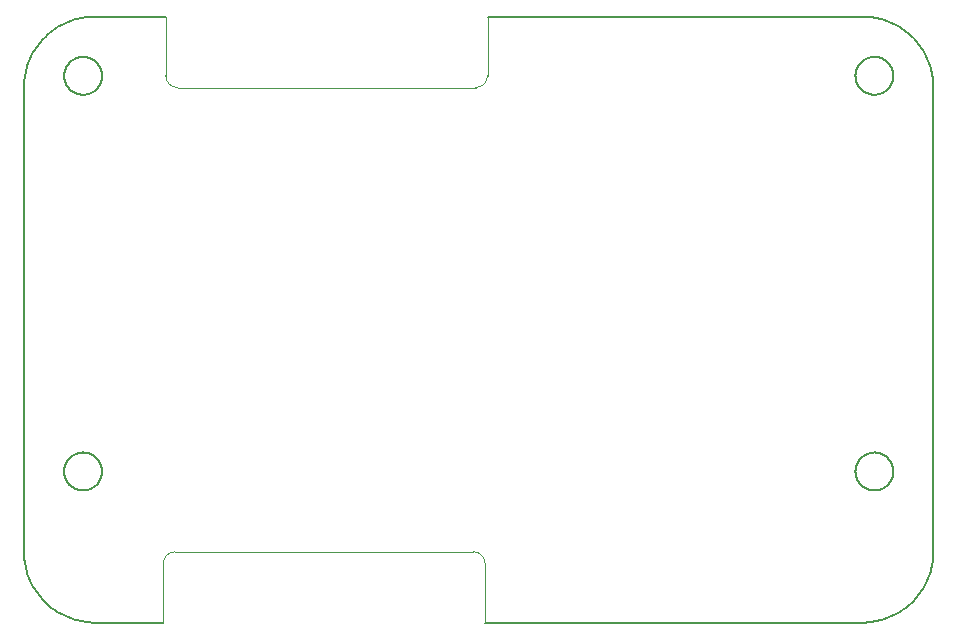
<source format=gbr>
%TF.GenerationSoftware,KiCad,Pcbnew,(6.0.7-1)-1*%
%TF.CreationDate,2022-12-29T08:39:09+01:00*%
%TF.ProjectId,cover_test,636f7665-725f-4746-9573-742e6b696361,rev?*%
%TF.SameCoordinates,Original*%
%TF.FileFunction,Profile,NP*%
%FSLAX46Y46*%
G04 Gerber Fmt 4.6, Leading zero omitted, Abs format (unit mm)*
G04 Created by KiCad (PCBNEW (6.0.7-1)-1) date 2022-12-29 08:39:09*
%MOMM*%
%LPD*%
G01*
G04 APERTURE LIST*
%TA.AperFunction,Profile*%
%ADD10C,0.200000*%
%TD*%
%TA.AperFunction,Profile*%
%ADD11C,0.100000*%
%TD*%
G04 APERTURE END LIST*
D10*
X169599379Y-79483490D02*
X169547239Y-79503490D01*
X102222699Y-76415560D02*
X102277799Y-76424300D01*
X167774339Y-110471500D02*
X167810968Y-110429400D01*
X169451540Y-124121800D02*
X169653819Y-124067600D01*
X168944169Y-76400970D02*
X168999999Y-76399990D01*
X100424299Y-111222200D02*
X100434999Y-111167300D01*
X171526719Y-74145891D02*
X171355159Y-74025770D01*
X101558999Y-109962000D02*
X101612899Y-109947500D01*
D11*
X136040602Y-124303647D02*
X136040601Y-119553647D01*
D10*
X100561899Y-77298600D02*
X100587299Y-77248841D01*
X169222689Y-113084400D02*
X169167249Y-113091200D01*
X100929399Y-112689000D02*
X100888499Y-112650900D01*
X168832759Y-76408750D02*
X168888399Y-76403881D01*
X169751158Y-76587280D02*
X169799999Y-76614350D01*
X100849099Y-110388500D02*
X100888499Y-110349001D01*
X102222698Y-113084400D02*
X102167299Y-113091200D01*
X170294429Y-112440400D02*
X170260819Y-112485000D01*
X100516499Y-110900600D02*
X100538299Y-110849200D01*
X100929399Y-79189030D02*
X100888499Y-79150940D01*
X100415599Y-78222670D02*
X100408799Y-78167240D01*
X168505579Y-76478300D02*
X168558988Y-76461980D01*
X101400599Y-112983500D02*
X101349199Y-112961700D01*
X96999999Y-79000000D02*
X96999999Y-118300000D01*
X170028469Y-112725700D02*
X169985059Y-112760800D01*
X167538329Y-77349210D02*
X167561939Y-77298600D01*
X171856739Y-122896300D02*
X172014789Y-122758900D01*
X170356889Y-112347900D02*
X170326459Y-112394699D01*
X102387099Y-79552460D02*
X102332699Y-79565030D01*
X101349199Y-112961700D02*
X101298599Y-112938100D01*
X171179519Y-73911698D02*
X170999999Y-73803848D01*
X98271899Y-75306029D02*
X98145900Y-75473280D01*
X168832759Y-79591230D02*
X168777329Y-79584430D01*
X100496499Y-78547230D02*
X100478299Y-78494420D01*
X101014899Y-112760800D02*
X100971499Y-112725700D01*
X101248899Y-76587280D02*
X101298599Y-76561920D01*
X97361799Y-120352100D02*
X97436899Y-120547600D01*
X168722169Y-113075700D02*
X168667339Y-113065000D01*
X100461999Y-111941001D02*
X100447499Y-111887101D01*
X97178199Y-77548460D02*
X97131099Y-77752521D01*
X169894709Y-79326450D02*
X169847889Y-79356870D01*
X170150959Y-79111450D02*
X170111469Y-79150940D01*
X169494428Y-76478300D02*
X169547239Y-76496490D01*
X168014949Y-110239200D02*
X168059560Y-110205600D01*
X98683999Y-74832050D02*
X98541100Y-74985210D01*
X169985059Y-79260800D02*
X169940459Y-79294420D01*
X103483499Y-77400620D02*
X103503499Y-77452760D01*
X101248899Y-110087300D02*
X101298599Y-110061900D01*
X173392775Y-120930200D02*
X173481276Y-120740400D01*
X167971539Y-76774320D02*
X168014949Y-76739180D01*
X103028499Y-79225659D02*
X102985099Y-79260800D01*
X169650789Y-76538310D02*
X169701399Y-76561920D01*
X169111619Y-76403880D02*
X169167249Y-76408750D01*
X100614399Y-78799990D02*
X100587299Y-78751140D01*
X102940499Y-76705570D02*
X102985099Y-76739180D01*
X168105299Y-112826500D02*
X168059560Y-112794400D01*
X168400629Y-110016501D02*
X168452769Y-109996500D01*
X102167299Y-76408750D02*
X102222699Y-76415560D01*
X102494399Y-76478300D02*
X102547199Y-76496490D01*
X168999999Y-113100000D02*
X168944169Y-113099000D01*
X168505579Y-109978300D02*
X168558989Y-109962000D01*
X100516499Y-112099400D02*
X100496499Y-112047200D01*
X167415569Y-111277299D02*
X167424319Y-111222200D01*
X101667299Y-79565030D02*
X101612899Y-79552460D01*
X169387079Y-76447530D02*
X169441019Y-76461980D01*
X169441019Y-79538010D02*
X169387079Y-79552460D01*
X170225679Y-76971530D02*
X170260819Y-77014940D01*
X170189039Y-110429400D02*
X170225679Y-110471500D01*
X102111599Y-109903900D02*
X102167299Y-109908800D01*
X100752398Y-123863100D02*
X100947899Y-123938200D01*
X172316039Y-74832049D02*
X172167950Y-74683960D01*
X103111499Y-79150940D02*
X103070599Y-79189030D01*
X168298609Y-112938100D02*
X168248859Y-112912700D01*
X100774299Y-110471500D02*
X100810999Y-110429400D01*
X172458879Y-122314800D02*
X172596269Y-122156700D01*
X100849099Y-112611500D02*
X100810999Y-112570600D01*
X100415599Y-77777310D02*
X100424299Y-77722150D01*
X167999999Y-124300000D02*
X168209399Y-124296300D01*
X103537999Y-78441010D02*
X103521699Y-78494420D01*
X169847889Y-110143100D02*
X169894710Y-110173500D01*
X101944199Y-76400970D02*
X101999999Y-76399990D01*
X99305999Y-123028100D02*
X99473299Y-123154100D01*
X101832799Y-79591230D02*
X101777299Y-79584430D01*
X173088302Y-121479500D02*
X173196151Y-121300000D01*
X170552469Y-111887100D02*
X170538019Y-111941001D01*
X103584399Y-78222670D02*
X103575699Y-78277830D01*
X97911700Y-75820480D02*
X97803799Y-76000000D01*
X101505599Y-113021700D02*
X101452799Y-113003500D01*
X100403899Y-77888380D02*
X100408799Y-77832750D01*
X167888549Y-79150940D02*
X167849059Y-79111450D01*
X103412699Y-77248840D02*
X103438099Y-77298600D01*
X100424299Y-78277830D02*
X100415599Y-78222670D01*
X103537999Y-77558981D02*
X103552499Y-77612920D01*
X101298599Y-79438060D02*
X101248898Y-79412700D01*
X168999999Y-109900000D02*
X169055849Y-109901000D01*
X101145898Y-73293655D02*
X100947899Y-73361832D01*
X100424299Y-77722150D02*
X100434999Y-77667330D01*
X103385699Y-78799990D02*
X103356898Y-78847870D01*
X167774340Y-79028460D02*
X167739198Y-78985050D01*
X101999999Y-79599990D02*
X101944199Y-79599010D01*
X97003699Y-78790600D02*
X96999999Y-79000000D01*
X103584399Y-77777310D02*
X103591199Y-77832750D01*
X101199999Y-76614350D02*
X101248899Y-76587280D01*
X102799999Y-79385640D02*
X102751199Y-79412700D01*
X100403899Y-78111600D02*
X100400999Y-78055831D01*
X170565050Y-78332660D02*
X170552469Y-78387070D01*
X167929400Y-112689000D02*
X167888549Y-112650900D01*
X100415599Y-111722700D02*
X100408799Y-111667200D01*
X173088301Y-75820480D02*
X172974229Y-75644840D01*
X170070619Y-79189030D02*
X170028469Y-79225660D01*
X168200009Y-110114300D02*
X168248859Y-110087300D01*
X170260819Y-78985050D02*
X170225679Y-79028460D01*
X103385699Y-110700000D02*
X103412699Y-110748800D01*
X98145899Y-121826700D02*
X98271899Y-121994001D01*
X167461989Y-78441010D02*
X167447539Y-78387070D01*
X102599399Y-76516489D02*
X102650799Y-76538310D01*
X168209399Y-73003647D02*
X136250000Y-73000000D01*
X103326498Y-112394700D02*
X103294399Y-112440400D01*
X172974229Y-121655200D02*
X173088302Y-121479500D01*
X103028499Y-112725700D02*
X102985099Y-112760800D01*
X102751199Y-110087300D02*
X102799999Y-110114300D01*
X170225679Y-112528500D02*
X170189039Y-112570600D01*
X97518699Y-76559570D02*
X97436899Y-76752350D01*
X102372799Y-124267100D02*
X102581498Y-124285400D01*
X103438099Y-110798600D02*
X103461699Y-110849200D01*
X103294399Y-112440400D02*
X103260799Y-112485000D01*
X167643129Y-77152110D02*
X167673549Y-77105290D01*
X102701399Y-112938100D02*
X102650799Y-112961700D01*
X170565049Y-77667330D02*
X170575699Y-77722150D01*
X100774299Y-79028460D02*
X100739199Y-78985050D01*
X100643099Y-78847870D02*
X100614399Y-78799990D01*
X173868895Y-77752521D02*
X173821776Y-77548460D01*
X103564998Y-111832700D02*
X103552499Y-111887100D01*
X168418549Y-73014603D02*
X168209399Y-73003647D01*
X102701399Y-79438060D02*
X102650799Y-79461671D01*
X100559599Y-73518723D02*
X100369799Y-73607224D01*
X103111499Y-76849040D02*
X103150899Y-76888530D01*
X101452799Y-76496490D02*
X101505599Y-76478300D01*
X167810968Y-110429400D02*
X167849059Y-110388500D01*
X101152099Y-79356870D02*
X101105299Y-79326450D01*
X167538329Y-110849200D02*
X167561939Y-110798600D01*
X171856739Y-74403730D02*
X171693969Y-74271930D01*
X102650799Y-110038300D02*
X102701399Y-110061900D01*
X102372799Y-73032867D02*
X102164999Y-73058379D01*
X99820499Y-123388300D02*
X99999999Y-123496100D01*
X102847899Y-110143100D02*
X102894699Y-110173500D01*
X103260799Y-78985049D02*
X103225699Y-79028459D01*
X103111499Y-110349000D02*
X103150899Y-110388500D01*
X101558999Y-76461980D02*
X101612899Y-76447530D01*
X173967132Y-78372820D02*
X173941619Y-78164950D01*
X97803799Y-76000000D02*
X97702299Y-76183170D01*
X169940459Y-79294420D02*
X169894709Y-79326450D01*
D11*
X109000000Y-78000000D02*
G75*
G03*
X110000000Y-79000000I1000000J0D01*
G01*
D10*
X167673549Y-77105290D02*
X167705579Y-77059540D01*
X100888499Y-79150940D02*
X100849099Y-79111450D01*
X169599379Y-76516490D02*
X169650789Y-76538310D01*
X103294399Y-77059540D02*
X103326499Y-77105289D01*
X97003699Y-118509400D02*
X97014599Y-118718500D01*
X102440998Y-76461980D02*
X102494399Y-76478300D01*
X167888549Y-76849040D02*
X167929399Y-76810960D01*
X170461689Y-112150800D02*
X170438079Y-112201400D01*
X100369799Y-123692800D02*
X100559599Y-123781300D01*
X173563109Y-120547600D02*
X173638167Y-120352100D01*
X170412719Y-77248841D02*
X170438079Y-77298600D01*
X169041899Y-73091140D02*
X168835049Y-73058380D01*
X170150959Y-112611500D02*
X170111469Y-112650900D01*
X102650799Y-79461671D02*
X102599399Y-79483490D01*
X98145900Y-75473280D02*
X98025799Y-75644840D01*
X102547200Y-109996500D02*
X102599399Y-110016501D01*
X170596119Y-77888380D02*
X170599029Y-77944150D01*
X101612899Y-79552460D02*
X101558999Y-79538010D01*
X99644899Y-123274200D02*
X99820499Y-123388300D01*
X167888549Y-110349000D02*
X167929400Y-110311000D01*
X167400989Y-77944150D02*
X167403899Y-77888381D01*
X103591200Y-78167240D02*
X103584399Y-78222670D01*
X100478299Y-78494420D02*
X100462000Y-78441010D01*
X103521699Y-111005600D02*
X103537999Y-111059000D01*
X102055799Y-109901000D02*
X102111599Y-109903900D01*
X168999999Y-76399990D02*
X169055849Y-76400970D01*
X100183199Y-123597700D02*
X100369799Y-123692800D01*
X167415569Y-77777310D02*
X167424319Y-77722150D01*
X168612929Y-109947500D02*
X168667339Y-109935000D01*
X102985099Y-112760800D02*
X102940499Y-112794400D01*
X101105299Y-79326450D02*
X101059499Y-79294420D01*
X103356899Y-110652100D02*
X103385699Y-110700000D01*
X101199999Y-112885600D02*
X101152099Y-112856900D01*
X172014789Y-122758900D02*
X172167949Y-122616000D01*
X170356889Y-78847870D02*
X170326459Y-78894700D01*
X172167950Y-74683960D02*
X172014789Y-74541120D01*
X170630229Y-123692800D02*
X170816829Y-123597700D01*
X102940499Y-110205600D02*
X102985099Y-110239200D01*
X169111618Y-79596100D02*
X169055849Y-79599010D01*
X170599029Y-78055831D02*
X170596118Y-78111600D01*
X169277849Y-113075700D02*
X169222689Y-113084400D01*
X100434999Y-78332660D02*
X100424299Y-78277830D01*
X100401000Y-111444200D02*
X100403899Y-111388400D01*
X170070619Y-112689000D02*
X170028469Y-112725700D01*
X168999999Y-79599990D02*
X168944169Y-79599010D01*
X170521699Y-78494420D02*
X170503509Y-78547230D01*
X102222699Y-79584431D02*
X102167299Y-79591230D01*
X168835049Y-124241600D02*
X169041899Y-124208800D01*
X103070599Y-79189030D02*
X103028499Y-79225659D01*
X167447539Y-111887100D02*
X167434969Y-111832700D01*
X100739199Y-77014940D02*
X100774299Y-76971530D01*
X167424319Y-77722150D02*
X167434969Y-77667330D01*
D11*
X136250000Y-77750000D02*
X136250000Y-73000000D01*
D10*
X170111469Y-112650900D02*
X170070619Y-112689000D01*
X167403899Y-111611600D02*
X167400989Y-111555800D01*
X100774299Y-76971530D02*
X100810999Y-76929380D01*
X103438099Y-77298600D02*
X103461699Y-77349210D01*
X170552469Y-78387070D02*
X170538019Y-78441011D01*
X101958099Y-73091140D02*
X101752498Y-73131104D01*
X100415599Y-111277300D02*
X100424299Y-111222200D01*
X102751198Y-76587280D02*
X102799999Y-76614350D01*
X168722170Y-109924300D02*
X168777329Y-109915600D01*
X169985059Y-110239200D02*
X170028469Y-110274300D01*
X136040602Y-124303647D02*
X167999999Y-124300000D01*
X173196151Y-76000000D02*
X173088301Y-75820480D01*
X168722169Y-76424300D02*
X168777329Y-76415560D01*
X168667339Y-109935000D02*
X168722170Y-109924300D01*
X168298609Y-76561920D02*
X168349229Y-76538310D01*
X99473299Y-123154100D02*
X99644899Y-123274200D01*
X170150959Y-110388500D02*
X170189039Y-110429400D01*
X100810999Y-110429400D02*
X100849099Y-110388500D01*
X170503509Y-110952800D02*
X170521699Y-111005600D01*
X167849059Y-110388500D02*
X167888549Y-110349000D01*
X167705579Y-78940439D02*
X167673549Y-78894700D01*
X103591199Y-111667200D02*
X103584399Y-111722700D01*
X103150899Y-76888530D02*
X103188999Y-76929380D01*
X169854110Y-124006300D02*
X170052119Y-123938200D01*
X168105299Y-76673540D02*
X168152129Y-76643110D01*
X102581499Y-73014603D02*
X102372799Y-73032867D01*
X101944199Y-109901000D02*
X101999999Y-109900000D01*
X103564999Y-78332660D02*
X103552499Y-78387070D01*
X168627180Y-124267100D02*
X168835049Y-124241600D01*
X100496499Y-77452760D02*
X100516499Y-77400620D01*
X167478319Y-111994401D02*
X167461989Y-111941000D01*
X102547200Y-113003500D02*
X102494399Y-113021700D01*
X101105299Y-76673540D02*
X101152099Y-76643110D01*
X103598999Y-111555800D02*
X103596099Y-111611600D01*
X167705579Y-77059540D02*
X167739199Y-77014940D01*
X167739199Y-112485000D02*
X167705579Y-112440400D01*
X170591249Y-78167240D02*
X170584439Y-78222670D01*
X170111469Y-110349000D02*
X170150959Y-110388500D01*
X103521699Y-78494420D02*
X103503499Y-78547230D01*
X173638167Y-76947880D02*
X173563109Y-76752350D01*
X98025799Y-75644840D02*
X97911700Y-75820480D01*
X97091199Y-119341900D02*
X97131099Y-119547499D01*
X101014898Y-76739180D02*
X101059498Y-76705570D01*
X102894699Y-79326450D02*
X102847899Y-79356870D01*
X167810969Y-79070599D02*
X167774340Y-79028460D01*
X169701399Y-110061900D02*
X169751159Y-110087300D01*
X103260799Y-112485000D02*
X103225699Y-112528500D01*
X168452769Y-109996500D02*
X168505579Y-109978300D01*
X101145898Y-124006300D02*
X101346199Y-124067600D01*
X168105299Y-79326450D02*
X168059560Y-79294420D01*
X167810969Y-112570601D02*
X167774339Y-112528500D01*
X101059499Y-112794400D02*
X101014899Y-112760800D01*
X100643099Y-110652100D02*
X100673499Y-110605300D01*
X169055849Y-76400970D02*
X169111619Y-76403880D01*
X97702299Y-76183170D02*
X97607199Y-76369770D01*
X100971499Y-79225660D02*
X100929399Y-79189030D01*
X101248899Y-112912700D02*
X101199999Y-112885600D01*
X102894699Y-110173500D02*
X102940499Y-110205600D01*
X101452799Y-79503490D02*
X101400599Y-79483490D01*
X170189039Y-112570600D02*
X170150959Y-112611500D01*
X101558999Y-79538010D02*
X101505599Y-79521680D01*
X173767577Y-119953800D02*
X173821776Y-119751500D01*
X101400599Y-110016500D02*
X101452799Y-109996500D01*
X168777329Y-109915600D02*
X168832759Y-109908800D01*
X97911699Y-121479500D02*
X98025799Y-121655200D01*
X103225699Y-79028459D02*
X103188999Y-79070600D01*
X167929400Y-110311000D02*
X167971539Y-110274300D01*
X101999999Y-109900000D02*
X102055799Y-109901000D01*
X103461699Y-110849200D02*
X103483499Y-110900600D01*
X171693969Y-123028100D02*
X171856739Y-122896300D01*
X169894710Y-76673540D02*
X169940459Y-76705570D01*
X170538019Y-111941001D02*
X170521699Y-111994400D01*
X169847889Y-112856900D02*
X169799999Y-112885600D01*
X170584439Y-111277300D02*
X170591249Y-111332700D01*
X167538329Y-78650770D02*
X167516509Y-78599370D01*
X170385649Y-110700000D02*
X170412719Y-110748799D01*
X168209399Y-124296300D02*
X168418549Y-124285400D01*
X170385649Y-77200000D02*
X170412719Y-77248841D01*
X170999999Y-73803848D02*
X170816829Y-73702301D01*
X100587299Y-77248841D02*
X100614399Y-77200000D01*
X168888399Y-79596100D02*
X168832759Y-79591230D01*
X173297698Y-76183170D02*
X173196151Y-76000000D01*
X100752399Y-73436890D02*
X100559599Y-73518723D01*
X170630229Y-73607224D02*
X170440428Y-73518723D01*
X101612899Y-76447530D02*
X101667299Y-76434950D01*
X103412699Y-78751141D02*
X103385699Y-78799990D01*
X173999999Y-79000000D02*
X173996352Y-78790600D01*
X100403899Y-111388400D02*
X100408799Y-111332701D01*
X170575699Y-78277830D02*
X170565050Y-78332660D01*
X169799999Y-76614350D02*
X169847889Y-76643110D01*
X103412699Y-110748800D02*
X103438099Y-110798600D01*
X101888399Y-113096100D02*
X101832799Y-113091200D01*
X169167249Y-109908800D02*
X169222689Y-109915600D01*
X169894709Y-112826500D02*
X169847889Y-112856900D01*
X170521699Y-111994400D02*
X170503509Y-112047200D01*
X167516509Y-77400620D02*
X167538329Y-77349210D01*
X171355159Y-74025770D02*
X171179519Y-73911698D01*
X169701399Y-79438060D02*
X169650790Y-79461670D01*
X101199999Y-79385640D02*
X101152099Y-79356870D01*
X168059560Y-110205600D02*
X168105299Y-110173500D01*
X101777299Y-79584430D02*
X101722199Y-79575679D01*
X169332669Y-113065000D02*
X169277849Y-113075700D01*
X167400009Y-111500000D02*
X167400989Y-111444200D01*
X100739199Y-112485000D02*
X100705599Y-112440400D01*
X100538299Y-110849200D02*
X100561899Y-110798600D01*
X100496499Y-110952800D02*
X100516499Y-110900600D01*
X100400999Y-111555801D02*
X100399999Y-111500000D01*
X170575699Y-111222200D02*
X170584439Y-111277300D01*
X97058399Y-78164950D02*
X97032899Y-78372820D01*
X168832759Y-109908800D02*
X168888399Y-109903900D01*
X170260819Y-112485000D02*
X170225679Y-112528500D01*
X100888499Y-76849040D02*
X100929399Y-76810960D01*
X103326499Y-78894700D02*
X103294399Y-78940440D01*
X169701399Y-76561920D02*
X169751158Y-76587280D01*
X172596269Y-122156700D02*
X172728069Y-121994000D01*
X102790599Y-124296300D02*
X102999999Y-124300000D01*
X103326499Y-77105289D02*
X103356899Y-77152110D01*
X169547239Y-109996500D02*
X169599379Y-110016500D01*
X102387099Y-109947500D02*
X102440999Y-109962000D01*
X103552499Y-111112900D02*
X103564999Y-111167301D01*
X103596099Y-111611600D02*
X103591199Y-111667200D01*
X170294429Y-110559500D02*
X170326459Y-110605301D01*
X103028499Y-110274300D02*
X103070599Y-110311000D01*
X101505599Y-76478300D02*
X101558999Y-76461980D01*
X97293699Y-120154100D02*
X97361799Y-120352100D01*
X172596269Y-75143261D02*
X172458879Y-74985210D01*
X102167299Y-109908800D02*
X102222699Y-109915601D01*
X103575699Y-111777800D02*
X103564998Y-111832700D01*
X170189039Y-79070600D02*
X170150959Y-79111450D01*
X100478298Y-77505570D02*
X100496499Y-77452760D01*
X173706344Y-77145889D02*
X173638167Y-76947880D01*
X169167249Y-79591230D02*
X169111618Y-79596100D01*
X101958099Y-124208800D02*
X102164999Y-124241600D01*
X97518699Y-120740400D02*
X97607200Y-120930200D01*
X101777300Y-76415560D02*
X101832799Y-76408750D01*
X103600000Y-78000000D02*
X103598999Y-78055830D01*
X173767577Y-77346180D02*
X173706344Y-77145889D01*
X103575699Y-111222200D02*
X103584399Y-111277300D01*
X167403899Y-78111600D02*
X167400989Y-78055830D01*
X101558999Y-113038000D02*
X101505599Y-113021700D01*
X167496509Y-77452760D02*
X167516509Y-77400620D01*
X167643129Y-110652100D02*
X167673549Y-110605300D01*
X102164999Y-73058379D02*
X101958099Y-73091140D01*
X103483499Y-112099400D02*
X103461699Y-112150800D01*
X171693969Y-74271930D02*
X171526719Y-74145891D01*
X170028469Y-110274300D02*
X170070619Y-110311000D01*
X169940459Y-110205600D02*
X169985059Y-110239200D01*
X102940499Y-112794400D02*
X102894699Y-112826500D01*
X169854110Y-73293655D02*
X169653819Y-73232422D01*
X103461699Y-77349210D02*
X103483499Y-77400620D01*
X101752499Y-124168900D02*
X101958099Y-124208800D01*
X170440428Y-123781300D02*
X170630229Y-123692800D01*
X169799999Y-79385640D02*
X169751159Y-79412700D01*
X168612929Y-113052500D02*
X168558989Y-113038000D01*
X167739198Y-78985050D02*
X167705579Y-78940439D01*
X103412699Y-112251099D02*
X103385699Y-112300000D01*
X103188999Y-112570600D02*
X103150899Y-112611500D01*
X172458879Y-74985210D02*
X172316039Y-74832049D01*
X167496509Y-110952800D02*
X167516509Y-110900600D01*
X170521699Y-111005600D02*
X170538019Y-111058999D01*
X168722170Y-79575680D02*
X168667339Y-79565030D01*
X167516509Y-112099400D02*
X167496509Y-112047200D01*
X169277849Y-79575680D02*
X169222689Y-79584430D01*
X102277799Y-113075700D02*
X102222698Y-113084400D01*
X170189039Y-76929380D02*
X170225679Y-76971530D01*
X97131099Y-119547499D02*
X97178199Y-119751500D01*
X103596099Y-77888381D02*
X103598999Y-77944149D01*
X170575699Y-77722150D02*
X170584439Y-77777310D01*
X168944169Y-109901000D02*
X168999999Y-109900000D01*
X102494399Y-113021700D02*
X102440999Y-113038000D01*
X170461689Y-110849200D02*
X170483509Y-110900600D01*
X102547199Y-79503490D02*
X102494398Y-79521680D01*
X168452769Y-79503490D02*
X168400629Y-79483490D01*
X167400009Y-78000000D02*
X167400989Y-77944150D01*
X101832799Y-109908800D02*
X101888399Y-109903900D01*
X100929399Y-110311000D02*
X100971499Y-110274300D01*
X100434999Y-77667330D02*
X100447499Y-77612919D01*
X170247649Y-123863100D02*
X170440428Y-123781300D01*
X169332669Y-79565030D02*
X169277849Y-79575680D01*
X167614359Y-78799990D02*
X167587298Y-78751140D01*
X167408769Y-78167240D02*
X167403899Y-78111600D01*
X168452769Y-76496490D02*
X168505579Y-76478300D01*
X103000000Y-73000000D02*
X102790599Y-73003647D01*
X100849099Y-76888529D02*
X100888499Y-76849040D01*
X102581498Y-124285400D02*
X102790599Y-124296300D01*
X102222699Y-109915601D02*
X102277799Y-109924300D01*
X101722199Y-113075700D02*
X101667299Y-113065000D01*
X169547239Y-79503490D02*
X169494429Y-79521680D01*
X102790599Y-73003647D02*
X102581499Y-73014603D01*
X170326459Y-112394699D02*
X170294429Y-112440400D01*
X169547239Y-113003500D02*
X169494428Y-113021700D01*
X168888399Y-113096100D02*
X168832759Y-113091200D01*
X168777329Y-79584430D02*
X168722170Y-79575680D01*
X167478319Y-77505570D02*
X167496509Y-77452760D01*
X170591249Y-77832750D02*
X170596119Y-77888380D01*
X103503499Y-77452760D02*
X103521699Y-77505570D01*
X172728069Y-121994000D02*
X172854109Y-121826700D01*
X167447539Y-77612920D02*
X167461989Y-77558980D01*
X170816829Y-73702301D02*
X170630229Y-73607224D01*
X168059559Y-76705570D02*
X168105299Y-76673540D01*
X98985199Y-74541120D02*
X98831999Y-74683960D01*
X103503499Y-110952800D02*
X103521699Y-111005600D01*
X99820499Y-73911698D02*
X99644899Y-74025769D01*
X168452769Y-113003500D02*
X168400629Y-112983499D01*
X170356889Y-110652100D02*
X170385649Y-110700000D01*
X173563109Y-76752350D02*
X173481276Y-76559571D01*
X101999999Y-76399990D02*
X102055799Y-76400970D01*
X168667339Y-79565030D02*
X168612929Y-79552460D01*
X97607199Y-76369770D02*
X97518699Y-76559570D01*
X172854109Y-121826700D02*
X172974229Y-121655200D01*
X101722199Y-76424300D02*
X101777300Y-76415560D01*
X170070619Y-76810960D02*
X170111469Y-76849040D01*
X170538019Y-111058999D02*
X170552469Y-111112900D01*
X103438099Y-112201400D02*
X103412699Y-112251099D01*
X168888399Y-76403881D02*
X168944169Y-76400970D01*
X167705579Y-110559500D02*
X167739199Y-110514900D01*
X173392775Y-76369770D02*
X173297698Y-76183170D01*
X173706344Y-120154100D02*
X173767577Y-119953800D01*
X102547199Y-76496490D02*
X102599399Y-76516489D01*
X103260799Y-110514900D02*
X103294399Y-110559500D01*
X169167249Y-76408750D02*
X169222689Y-76415560D01*
X101667299Y-113065000D02*
X101612899Y-113052500D01*
X167929400Y-79189030D02*
X167888549Y-79150940D01*
X103537999Y-111059000D02*
X103552499Y-111112900D01*
X103596099Y-111388400D02*
X103598999Y-111444200D01*
X101152099Y-76643110D02*
X101199999Y-76614350D01*
X169799999Y-112885600D02*
X169751159Y-112912700D01*
X170028469Y-79225660D02*
X169985059Y-79260800D01*
X103326499Y-110605301D02*
X103356899Y-110652100D01*
X100408799Y-111667200D02*
X100403899Y-111611600D01*
X168014949Y-112760800D02*
X167971539Y-112725700D01*
X100587299Y-110748799D02*
X100614399Y-110700000D01*
X167587298Y-112251100D02*
X167561939Y-112201400D01*
X170385649Y-78799990D02*
X170356889Y-78847870D01*
X167447539Y-78387070D02*
X167434969Y-78332660D01*
X170356889Y-77152110D02*
X170385649Y-77200000D01*
X170538019Y-77558980D02*
X170552469Y-77612920D01*
X169847889Y-79356870D02*
X169799999Y-79385640D01*
X167434969Y-111167300D02*
X167447539Y-111112900D01*
X167849060Y-76888530D02*
X167888549Y-76849040D01*
X167643129Y-112347900D02*
X167614359Y-112300000D01*
X167461989Y-77558980D02*
X167478319Y-77505570D01*
X167888549Y-112650900D02*
X167849059Y-112611500D01*
X168059560Y-112794400D02*
X168014949Y-112760800D01*
X102277799Y-76424300D02*
X102332699Y-76434950D01*
X169653819Y-73232422D02*
X169451539Y-73178223D01*
X100849099Y-79111450D02*
X100810999Y-79070600D01*
X170326459Y-110605301D02*
X170356889Y-110652100D01*
X101349199Y-110038300D02*
X101400599Y-110016500D01*
X169650789Y-112961700D02*
X169599379Y-112983500D01*
X102387099Y-113052500D02*
X102332699Y-113065000D01*
X100705599Y-110559500D02*
X100739199Y-110514900D01*
X102985099Y-79260800D02*
X102940499Y-79294420D01*
X97232399Y-119953800D02*
X97293699Y-120154100D01*
X167774339Y-76971530D02*
X167810969Y-76929380D01*
X100739199Y-78985050D02*
X100705599Y-78940440D01*
X170599029Y-77944150D02*
X170600009Y-78000000D01*
X168558989Y-79538010D02*
X168505579Y-79521681D01*
X168349229Y-112961700D02*
X168298609Y-112938100D01*
X170260819Y-110514900D02*
X170294429Y-110559500D01*
X168152129Y-79356870D02*
X168105299Y-79326450D01*
X168558988Y-76461980D02*
X168612929Y-76447530D01*
X101452799Y-113003500D02*
X101400599Y-112983500D01*
X169985059Y-76739180D02*
X170028469Y-76774320D01*
X167739199Y-77014940D02*
X167774339Y-76971530D01*
X100888499Y-112650900D02*
X100849099Y-112611500D01*
X170438079Y-110798600D02*
X170461689Y-110849200D01*
X103070599Y-76810960D02*
X103111499Y-76849040D01*
X102940499Y-79294420D02*
X102894699Y-79326450D01*
X102167299Y-113091200D02*
X102111599Y-113096100D01*
X168059560Y-79294420D02*
X168014949Y-79260801D01*
X167643130Y-78847870D02*
X167614359Y-78799990D01*
X167434969Y-77667330D02*
X167447539Y-77612920D01*
X169894710Y-110173500D02*
X169940459Y-110205600D01*
X168558989Y-109962000D02*
X168612929Y-109947500D01*
X168349229Y-110038300D02*
X168400629Y-110016501D01*
X173821776Y-77548460D02*
X173767577Y-77346180D01*
X168200009Y-76614350D02*
X168248859Y-76587280D01*
X168400629Y-79483490D02*
X168349229Y-79461670D01*
D11*
X134790601Y-118303647D02*
X109790601Y-118303647D01*
D10*
X167614359Y-77200000D02*
X167643129Y-77152110D01*
X101199999Y-110114300D02*
X101248899Y-110087300D01*
X170294429Y-78940440D02*
X170260819Y-78985050D01*
X169751159Y-110087300D02*
X169799999Y-110114300D01*
X100705599Y-78940440D02*
X100673499Y-78894700D01*
X97058399Y-119135000D02*
X97091199Y-119341900D01*
X170999999Y-123496100D02*
X171179519Y-123388300D01*
D11*
X136040601Y-119553647D02*
X136040602Y-119303647D01*
X135040601Y-118303647D02*
X134790601Y-118303647D01*
D10*
X170600009Y-78000000D02*
X170599029Y-78055831D01*
X173941619Y-78164950D02*
X173908859Y-77958100D01*
X169441019Y-109962000D02*
X169494429Y-109978300D01*
X102440999Y-109962000D02*
X102494399Y-109978300D01*
X100369799Y-73607224D02*
X100183199Y-73702301D01*
X102894699Y-112826500D02*
X102847899Y-112856900D01*
X168418549Y-124285400D02*
X168627180Y-124267100D01*
X167434969Y-78332660D02*
X167424319Y-78277830D01*
X102440999Y-113038000D02*
X102387099Y-113052500D01*
X100434999Y-111167300D02*
X100447499Y-111112901D01*
X169247478Y-73131104D02*
X169041899Y-73091140D01*
X169222689Y-109915600D02*
X169277849Y-109924300D01*
X101349199Y-76538310D02*
X101400599Y-76516490D01*
X102847899Y-76643110D02*
X102894699Y-76673540D01*
X97293699Y-77145890D02*
X97232399Y-77346180D01*
X173908858Y-119341900D02*
X173941619Y-119135000D01*
X100516499Y-77400620D02*
X100538299Y-77349210D01*
X170260819Y-77014940D02*
X170294429Y-77059540D01*
X101014899Y-110239200D02*
X101059499Y-110205600D01*
X100673499Y-78894700D02*
X100643099Y-78847870D01*
X103598999Y-77944149D02*
X103600000Y-78000000D01*
X99999999Y-73803848D02*
X99820499Y-73911698D01*
X168105299Y-110173500D02*
X168152129Y-110143100D01*
X103600000Y-111500000D02*
X103598999Y-111555800D01*
X173985396Y-118718500D02*
X173996352Y-118509400D01*
X97014599Y-118718500D02*
X97032899Y-118927200D01*
X167447539Y-111112900D02*
X167461989Y-111059000D01*
X98831999Y-122616001D02*
X98985199Y-122758900D01*
X102332699Y-113065000D02*
X102277799Y-113075700D01*
X103598999Y-78055830D02*
X103596099Y-78111600D01*
X100434999Y-111832700D02*
X100424299Y-111777800D01*
X169167249Y-113091200D02*
X169111619Y-113096100D01*
X102751199Y-79412700D02*
X102701399Y-79438060D01*
X101888399Y-76403880D02*
X101944199Y-76400970D01*
X167461989Y-111059000D02*
X167478318Y-111005600D01*
X168248859Y-79412701D02*
X168200009Y-79385640D01*
X169547239Y-76496490D02*
X169599379Y-76516490D01*
X167587298Y-78751140D02*
X167561940Y-78701390D01*
X99305999Y-74271930D02*
X99143299Y-74403730D01*
X100408799Y-111332701D02*
X100415599Y-111277300D01*
X167408769Y-77832750D02*
X167415569Y-77777310D01*
X173297698Y-121116800D02*
X173392775Y-120930200D01*
D11*
X108790601Y-119303647D02*
X108790601Y-124303647D01*
D10*
X101059498Y-76705570D02*
X101105299Y-76673540D01*
X170225679Y-79028460D02*
X170189039Y-79070600D01*
X168248859Y-110087300D02*
X168298609Y-110061900D01*
X100614399Y-112300000D02*
X100587299Y-112251100D01*
X100673499Y-77105290D02*
X100705599Y-77059540D01*
X167415569Y-111722700D02*
X167408769Y-111667200D01*
X167614359Y-112300000D02*
X167587298Y-112251100D01*
X170591249Y-111667200D02*
X170584439Y-111722700D01*
X100400999Y-77944150D02*
X100403899Y-77888380D01*
X170600009Y-111500000D02*
X170599029Y-111555801D01*
X167403899Y-77888381D02*
X167408769Y-77832750D01*
X100399999Y-111500000D02*
X100401000Y-111444200D01*
X102847899Y-79356870D02*
X102799999Y-79385640D01*
X102277799Y-79575680D02*
X102222699Y-79584431D01*
X170052119Y-123938200D02*
X170247649Y-123863100D01*
X102332699Y-109935000D02*
X102387099Y-109947500D01*
X101722199Y-109924299D02*
X101777299Y-109915600D01*
X100705599Y-112440400D02*
X100673499Y-112394700D01*
X168627179Y-73032867D02*
X168418549Y-73014603D01*
X167516509Y-110900600D02*
X167538329Y-110849200D01*
X167496509Y-78547230D02*
X167478318Y-78494420D01*
X168200009Y-112885600D02*
X168152129Y-112856900D01*
X169041899Y-124208800D02*
X169247479Y-124168900D01*
X168349229Y-76538310D02*
X168400629Y-76516489D01*
X97091199Y-77958100D02*
X97058399Y-78164950D01*
X101059499Y-110205600D02*
X101105299Y-110173500D01*
X169277849Y-76424300D02*
X169332669Y-76434950D01*
X169650790Y-79461670D02*
X169599379Y-79483490D01*
D11*
X110000000Y-79000000D02*
X135000000Y-79000000D01*
D10*
X168505579Y-113021700D02*
X168452769Y-113003500D01*
X100587299Y-112251100D02*
X100561899Y-112201400D01*
X100587299Y-78751140D02*
X100561899Y-78701390D01*
X167774339Y-112528500D02*
X167739199Y-112485000D01*
X102599399Y-110016501D02*
X102650799Y-110038300D01*
X97032899Y-78372820D02*
X97014600Y-78581450D01*
X103294399Y-78940440D02*
X103260799Y-78985049D01*
X169451539Y-73178223D02*
X169247478Y-73131104D01*
X169751159Y-112912700D02*
X169701399Y-112938100D01*
X103225699Y-110471500D02*
X103260799Y-110514900D01*
X102494399Y-109978300D02*
X102547200Y-109996500D01*
X103591199Y-111332700D02*
X103596099Y-111388400D01*
X102332699Y-79565030D02*
X102277799Y-79575680D01*
X173967132Y-118927200D02*
X173985396Y-118718500D01*
X101505599Y-109978300D02*
X101558999Y-109962000D01*
X168835049Y-73058380D02*
X168627179Y-73032867D01*
X170028469Y-76774320D02*
X170070619Y-76810960D01*
X98683999Y-122467900D02*
X98831999Y-122616001D01*
X172316039Y-122467900D02*
X172458879Y-122314800D01*
X97803799Y-121300000D02*
X97911699Y-121479500D01*
X169387079Y-79552460D02*
X169332669Y-79565030D01*
X167810969Y-76929380D02*
X167849060Y-76888530D01*
X168400629Y-76516489D02*
X168452769Y-76496490D01*
X100971499Y-112725700D02*
X100929399Y-112689000D01*
X170070619Y-110311000D02*
X170111469Y-110349000D01*
X167478318Y-111005600D02*
X167496509Y-110952800D01*
X101346199Y-73232423D02*
X101145898Y-73293655D01*
X173996352Y-78790600D02*
X173985396Y-78581450D01*
X168612929Y-79552460D02*
X168558989Y-79538010D01*
X169055849Y-113099000D02*
X168999999Y-113100000D01*
X97607200Y-120930200D02*
X97702299Y-121116801D01*
X169332669Y-109935000D02*
X169387079Y-109947500D01*
X97014600Y-78581450D02*
X97003699Y-78790600D01*
X170599029Y-111555801D02*
X170596119Y-111611600D01*
X169847889Y-76643110D02*
X169894710Y-76673540D01*
X97702299Y-121116801D02*
X97803799Y-121300000D01*
X167400989Y-111555800D02*
X167400009Y-111500000D01*
X103356899Y-77152110D02*
X103385699Y-77200000D01*
X97436899Y-76752350D02*
X97361799Y-76947880D01*
X109000000Y-73000000D02*
X103000000Y-73000000D01*
X168200009Y-79385640D02*
X168152129Y-79356870D01*
X170483509Y-110900600D02*
X170503509Y-110952800D01*
X169387079Y-113052500D02*
X169332669Y-113065000D01*
X168014949Y-76739180D02*
X168059559Y-76705570D01*
X169247479Y-124168900D02*
X169451540Y-124121800D01*
X102985099Y-76739180D02*
X103028499Y-76774320D01*
X171355159Y-123274200D02*
X171526719Y-123154100D01*
D11*
X136250000Y-78000000D02*
X136250000Y-77750000D01*
D10*
X103188999Y-110429400D02*
X103225699Y-110471500D01*
X97361799Y-76947880D02*
X97293699Y-77145890D01*
X101752498Y-73131104D02*
X101548499Y-73178223D01*
X101548499Y-124121799D02*
X101752499Y-124168900D01*
X101400599Y-79483490D02*
X101349199Y-79461670D01*
X102650799Y-76538310D02*
X102701399Y-76561920D01*
X103028499Y-76774320D02*
X103070599Y-76810960D01*
X167849059Y-112611500D02*
X167810969Y-112570601D01*
X170461689Y-77349210D02*
X170483509Y-77400620D01*
X169332669Y-76434950D02*
X169387079Y-76447530D01*
X101105299Y-110173500D02*
X101152099Y-110143100D01*
D11*
X109000000Y-73000000D02*
X109000000Y-78000000D01*
D10*
X167929399Y-76810960D02*
X167971539Y-76774320D01*
X173985396Y-78581450D02*
X173967132Y-78372820D01*
X101944199Y-79599010D02*
X101888399Y-79596100D01*
X103575699Y-78277830D02*
X103564999Y-78332660D01*
X103564999Y-111167301D02*
X103575699Y-111222200D01*
X173996352Y-118509400D02*
X173999999Y-118300000D01*
X167461989Y-111941000D02*
X167447539Y-111887100D01*
X102111598Y-76403880D02*
X102167299Y-76408750D01*
X100399999Y-78000000D02*
X100400999Y-77944150D01*
X101667298Y-109935000D02*
X101722199Y-109924299D01*
X169799999Y-110114300D02*
X169847889Y-110143100D01*
X100538299Y-112150800D02*
X100516499Y-112099400D01*
X101152099Y-112856900D02*
X101105299Y-112826500D01*
X100643099Y-77152111D02*
X100673499Y-77105290D01*
X173481276Y-120740400D02*
X173563109Y-120547600D01*
X103521699Y-77505570D02*
X103537999Y-77558981D01*
X170052119Y-73361832D02*
X169854110Y-73293655D01*
X103483499Y-78599370D02*
X103461699Y-78650770D01*
X100400999Y-78055831D02*
X100399999Y-78000000D01*
X101777299Y-109915600D02*
X101832799Y-109908800D01*
X103070599Y-112689000D02*
X103028499Y-112725700D01*
X97232399Y-77346180D02*
X97178199Y-77548460D01*
X170565049Y-111167300D02*
X170575699Y-111222200D01*
X167400989Y-78055830D02*
X167400009Y-78000000D01*
X170483510Y-78599370D02*
X170461689Y-78650770D01*
X167561939Y-112201400D02*
X167538329Y-112150800D01*
X170503509Y-77452760D02*
X170521699Y-77505571D01*
X103503499Y-112047200D02*
X103483499Y-112099400D01*
X170565049Y-111832700D02*
X170552469Y-111887100D01*
X170575699Y-111777800D02*
X170565049Y-111832700D01*
X100614399Y-77200000D02*
X100643099Y-77152111D01*
X102277799Y-109924300D02*
X102332699Y-109935000D01*
X170440428Y-73518723D02*
X170247649Y-73436890D01*
X102055799Y-79599010D02*
X101999999Y-79599990D01*
X167705579Y-112440400D02*
X167673549Y-112394700D01*
X101298599Y-112938100D02*
X101248899Y-112912700D01*
X102847899Y-112856900D02*
X102799999Y-112885600D01*
X167424319Y-78277830D02*
X167415569Y-78222670D01*
X170111469Y-79150940D02*
X170070619Y-79189030D01*
X168558989Y-113038000D02*
X168505579Y-113021700D01*
X170150959Y-76888530D02*
X170189039Y-76929380D01*
X103591199Y-77832750D02*
X103596099Y-77888381D01*
X100673499Y-110605300D02*
X100705599Y-110559500D01*
X170521699Y-77505571D02*
X170538019Y-77558980D01*
X170483509Y-112099400D02*
X170461689Y-112150800D01*
X169599379Y-110016500D02*
X169650789Y-110038300D01*
X167415569Y-78222670D02*
X167408769Y-78167240D01*
X173999999Y-118300000D02*
X173999999Y-79000000D01*
X102999999Y-124300000D02*
X108790601Y-124303647D01*
X167587299Y-77248840D02*
X167614359Y-77200000D01*
X102164999Y-124241600D02*
X102372799Y-124267100D01*
X101548499Y-73178223D02*
X101346199Y-73232423D01*
X167478318Y-78494420D02*
X167461989Y-78441010D01*
X168505579Y-79521681D02*
X168452769Y-79503490D01*
X103385699Y-77200000D02*
X103412699Y-77248840D01*
X169650789Y-110038300D02*
X169701399Y-110061900D01*
X169055849Y-109901000D02*
X169111618Y-109903900D01*
X173196151Y-121300000D02*
X173297698Y-121116800D01*
X98025799Y-121655200D02*
X98145899Y-121826700D01*
X168349229Y-79461670D02*
X168298609Y-79438060D01*
X172974229Y-75644840D02*
X172854108Y-75473280D01*
X103438100Y-78701390D02*
X103412699Y-78751141D01*
X100561899Y-110798600D02*
X100587299Y-110748799D01*
X170412719Y-110748799D02*
X170438079Y-110798600D01*
X167516509Y-78599370D02*
X167496509Y-78547230D01*
X100971499Y-76774320D02*
X101014898Y-76739180D01*
X170816829Y-123597700D02*
X170999999Y-123496100D01*
X169111619Y-113096100D02*
X169055849Y-113099000D01*
X167587299Y-110748800D02*
X167614359Y-110700000D01*
X100810999Y-112570600D02*
X100774299Y-112528499D01*
X99999999Y-123496100D02*
X100183199Y-123597700D01*
X170596119Y-111611600D02*
X170591249Y-111667200D01*
X100947899Y-123938200D02*
X101145898Y-124006300D01*
X100424299Y-111777800D02*
X100415599Y-111722700D01*
X169701399Y-112938100D02*
X169650789Y-112961700D01*
X167673549Y-110605300D02*
X167705579Y-110559500D01*
X102494398Y-79521680D02*
X102440999Y-79538010D01*
X99473300Y-74145890D02*
X99305999Y-74271930D01*
X169055849Y-79599010D02*
X168999999Y-79599990D01*
X169441019Y-76461980D02*
X169494428Y-76478300D01*
X103575699Y-77722150D02*
X103584399Y-77777310D01*
X168667339Y-113065000D02*
X168612929Y-113052500D01*
X170503509Y-112047200D02*
X170483509Y-112099400D01*
X100559599Y-123781300D02*
X100752398Y-123863100D01*
X98541100Y-122314800D02*
X98683999Y-122467900D01*
X168944169Y-79599010D02*
X168888399Y-79596100D01*
X167424319Y-111222200D02*
X167434969Y-111167300D01*
X103188999Y-79070600D02*
X103150899Y-79111450D01*
X99143299Y-122896300D02*
X99305999Y-123028100D01*
X101152099Y-110143100D02*
X101199999Y-110114300D01*
X103552499Y-78387070D02*
X103537999Y-78441010D01*
X100447499Y-111887101D02*
X100434999Y-111832700D01*
X103150899Y-79111450D02*
X103111499Y-79150940D01*
X173638167Y-120352100D02*
X173706344Y-120154100D01*
X101999999Y-113100000D02*
X101944199Y-113099000D01*
X170326459Y-77105289D02*
X170356889Y-77152110D01*
X167849059Y-79111450D02*
X167810969Y-79070599D01*
X103356898Y-78847870D02*
X103326499Y-78894700D01*
X170552469Y-77612920D02*
X170565049Y-77667330D01*
X173481276Y-76559571D02*
X173392775Y-76369770D01*
X100929399Y-76810960D02*
X100971499Y-76774320D01*
X102111599Y-113096100D02*
X102055799Y-113099000D01*
X173868895Y-119547499D02*
X173908858Y-119341900D01*
X98403699Y-122156700D02*
X98541100Y-122314800D01*
X101349199Y-79461670D02*
X101298599Y-79438060D01*
X100614399Y-110700000D02*
X100643099Y-110652100D01*
X103598999Y-111444200D02*
X103600000Y-111500000D01*
X172854108Y-75473280D02*
X172728069Y-75306030D01*
X170591249Y-111332700D02*
X170596118Y-111388400D01*
X170412719Y-112251100D02*
X170385649Y-112300000D01*
X102894699Y-76673540D02*
X102940499Y-76705570D01*
X102799999Y-76614350D02*
X102847899Y-76643110D01*
X172014789Y-74541120D02*
X171856739Y-74403730D01*
X167408769Y-111667200D02*
X167403899Y-111611600D01*
X101248898Y-79412700D02*
X101199999Y-79385640D01*
X102332699Y-76434950D02*
X102387099Y-76447530D01*
X169751159Y-79412700D02*
X169701399Y-79438060D01*
X167971539Y-110274300D02*
X168014949Y-110239200D01*
X101667299Y-76434950D02*
X101722199Y-76424300D01*
X167538329Y-112150800D02*
X167516509Y-112099400D01*
X169222689Y-79584430D02*
X169167249Y-79591230D01*
X167614359Y-110700000D02*
X167643129Y-110652100D01*
X101452799Y-109996500D02*
X101505599Y-109978300D01*
X173941619Y-119135000D02*
X173967132Y-118927200D01*
X100810999Y-76929380D02*
X100849099Y-76888529D01*
X103225699Y-112528500D02*
X103188999Y-112570600D01*
X103584399Y-111722700D02*
X103575699Y-111777800D01*
X100705599Y-77059540D02*
X100739199Y-77014940D01*
X102701399Y-110061900D02*
X102751199Y-110087300D01*
X97032899Y-118927200D02*
X97058399Y-119135000D01*
X97131099Y-77752521D02*
X97091199Y-77958100D01*
X102799999Y-110114300D02*
X102847899Y-110143100D01*
X98985199Y-122758900D02*
X99143299Y-122896300D01*
X102111599Y-79596100D02*
X102055799Y-79599010D01*
X170599030Y-111444200D02*
X170600009Y-111500000D01*
X100739199Y-110514900D02*
X100774299Y-110471500D01*
X101059499Y-79294420D02*
X101014899Y-79260800D01*
X102650799Y-112961700D02*
X102599400Y-112983500D01*
X168832759Y-113091200D02*
X168777329Y-113084400D01*
X168248859Y-76587280D02*
X168298609Y-76561920D01*
X101505599Y-79521680D02*
X101452799Y-79503490D01*
X170247649Y-73436890D02*
X170052119Y-73361832D01*
X100447499Y-111112901D02*
X100462000Y-111059000D01*
X103537999Y-111941000D02*
X103521699Y-111994400D01*
X170412719Y-78751140D02*
X170385649Y-78799990D01*
X168667339Y-76434949D02*
X168722169Y-76424300D01*
X102440999Y-79538010D02*
X102387099Y-79552460D01*
X103503499Y-78547230D02*
X103483499Y-78599370D01*
X101298599Y-110061900D02*
X101349199Y-110038300D01*
X101105299Y-112826500D02*
X101059499Y-112794400D01*
X171526719Y-123154100D02*
X171693969Y-123028100D01*
X169599379Y-112983500D02*
X169547239Y-113003500D01*
X101777299Y-113084400D02*
X101722199Y-113075700D01*
X102055799Y-76400970D02*
X102111598Y-76403880D01*
X170438079Y-112201400D02*
X170412719Y-112251100D01*
X167673549Y-78894700D02*
X167643130Y-78847870D01*
X100538299Y-78650770D02*
X100516498Y-78599370D01*
X170438079Y-78701390D02*
X170412719Y-78751140D01*
X100496499Y-112047200D02*
X100478299Y-111994400D01*
X169277849Y-109924300D02*
X169332669Y-109935000D01*
X100447499Y-77612919D02*
X100461999Y-77558980D01*
X173908859Y-77958100D02*
X173868895Y-77752521D01*
X170584439Y-78222670D02*
X170575699Y-78277830D01*
X170596118Y-78111600D02*
X170591249Y-78167240D01*
X169494429Y-79521680D02*
X169441019Y-79538010D01*
X168014949Y-79260801D02*
X167971539Y-79225659D01*
X100478299Y-111994400D02*
X100461999Y-111941001D01*
X100888499Y-110349001D02*
X100929399Y-110311000D01*
X168612929Y-76447530D02*
X168667339Y-76434949D01*
X99644899Y-74025769D02*
X99473300Y-74145890D01*
X100643099Y-112347899D02*
X100614399Y-112300000D01*
X168152129Y-112856900D02*
X168105299Y-112826500D01*
X167971539Y-112725700D02*
X167929400Y-112689000D01*
X101014899Y-79260800D02*
X100971499Y-79225660D01*
X100408799Y-77832750D02*
X100415599Y-77777310D01*
X103584399Y-111277300D02*
X103591199Y-111332700D01*
X100462000Y-111059000D02*
X100478299Y-111005600D01*
X100774299Y-112528499D02*
X100739199Y-112485000D01*
X103564999Y-77667330D02*
X103575699Y-77722150D01*
X169441019Y-113038000D02*
X169387079Y-113052500D01*
X103356899Y-112347900D02*
X103326498Y-112394700D01*
X167496509Y-112047200D02*
X167478319Y-111994401D01*
X103225699Y-76971530D02*
X103260799Y-77014940D01*
X102599400Y-112983500D02*
X102547200Y-113003500D01*
X100183199Y-73702301D02*
X99999999Y-73803848D01*
X100947899Y-73361832D02*
X100752399Y-73436890D01*
X167424319Y-111777800D02*
X167415569Y-111722700D01*
X167434969Y-111832700D02*
X167424319Y-111777800D01*
X98541100Y-74985210D02*
X98403699Y-75143260D01*
X170538019Y-78441011D02*
X170521699Y-78494420D01*
X103552499Y-77612920D02*
X103564999Y-77667330D01*
X103461699Y-112150800D02*
X103438099Y-112201400D01*
X97178199Y-119751500D02*
X97232399Y-119953800D01*
X169387079Y-109947500D02*
X169441019Y-109962000D01*
X103150899Y-110388500D02*
X103188999Y-110429400D01*
X103070599Y-110311000D02*
X103111499Y-110349000D01*
X102055799Y-113099000D02*
X101999999Y-113100000D01*
X103111499Y-112650900D02*
X103070599Y-112689000D01*
X103552499Y-111887100D02*
X103537999Y-111941000D01*
X100403899Y-111611600D02*
X100400999Y-111555801D01*
X100810999Y-79070600D02*
X100774299Y-79028460D01*
X98831999Y-74683960D02*
X98683999Y-74832050D01*
X100561899Y-78701390D02*
X100538299Y-78650770D01*
X102701399Y-76561920D02*
X102751198Y-76587280D01*
X172728069Y-75306030D02*
X172596269Y-75143261D01*
X102599399Y-79483490D02*
X102547199Y-79503490D01*
X103461699Y-78650770D02*
X103438100Y-78701390D01*
X167673549Y-112394700D02*
X167643129Y-112347900D01*
X167561940Y-78701390D02*
X167538329Y-78650770D01*
X169940459Y-112794400D02*
X169894709Y-112826500D01*
X100561899Y-112201400D02*
X100538299Y-112150800D01*
X170385649Y-112300000D02*
X170356889Y-112347900D01*
X167403899Y-111388400D02*
X167408770Y-111332700D01*
X169111618Y-109903900D02*
X169167249Y-109908800D01*
X168944169Y-113099000D02*
X168888399Y-113096100D01*
X102985099Y-110239200D02*
X103028499Y-110274300D01*
X168248859Y-112912700D02*
X168200009Y-112885600D01*
X101346199Y-124067600D02*
X101548499Y-124121799D01*
X170584439Y-77777310D02*
X170591249Y-77832750D01*
X170461689Y-78650770D02*
X170438079Y-78701390D01*
X168777329Y-76415560D02*
X168832759Y-76408750D01*
X169940459Y-76705570D02*
X169985059Y-76739180D01*
X100673499Y-112394700D02*
X100643099Y-112347899D01*
X101400599Y-76516490D02*
X101452799Y-76496490D01*
X99143299Y-74403730D02*
X98985199Y-74541120D01*
X167561939Y-77298600D02*
X167587299Y-77248840D01*
X100538299Y-77349210D02*
X100561899Y-77298600D01*
X103260799Y-77014940D02*
X103294399Y-77059540D01*
X170483509Y-77400620D02*
X170503509Y-77452760D01*
X96999999Y-118300000D02*
X97003699Y-118509400D01*
X170503509Y-78547230D02*
X170483510Y-78599370D01*
X103188999Y-76929380D02*
X103225699Y-76971530D01*
X169985059Y-112760800D02*
X169940459Y-112794400D01*
D11*
X109790601Y-118303601D02*
G75*
G03*
X108790601Y-119303647I-1J-999999D01*
G01*
D10*
X101298599Y-76561920D02*
X101349199Y-76538310D01*
X169222689Y-76415560D02*
X169277849Y-76424300D01*
X102167299Y-79591230D02*
X102111599Y-79596100D01*
X168298609Y-110061900D02*
X168349229Y-110038300D01*
X102799999Y-112885600D02*
X102751199Y-112912700D01*
X100516498Y-78599370D02*
X100496499Y-78547230D01*
X170584439Y-111722700D02*
X170575699Y-111777800D01*
X100462000Y-78441010D02*
X100447499Y-78387070D01*
X168400629Y-112983499D02*
X168349229Y-112961700D01*
X167971539Y-79225659D02*
X167929400Y-79189030D01*
X173821776Y-119751500D02*
X173868895Y-119547499D01*
X168152129Y-110143100D02*
X168200009Y-110114300D01*
X100408799Y-78167240D02*
X100403899Y-78111600D01*
X98271899Y-121994001D02*
X98403699Y-122156700D01*
X101722199Y-79575679D02*
X101667299Y-79565030D01*
X169494428Y-113021700D02*
X169441019Y-113038000D01*
X170596118Y-111388400D02*
X170599030Y-111444200D01*
X100971499Y-110274300D02*
X101014899Y-110239200D01*
X167561939Y-110798600D02*
X167587299Y-110748800D01*
X169494429Y-109978300D02*
X169547239Y-109996500D01*
X167408770Y-111332700D02*
X167415569Y-111277299D01*
X167400989Y-111444200D02*
X167403899Y-111388400D01*
X170225679Y-110471500D02*
X170260819Y-110514900D01*
X101612899Y-113052500D02*
X101558999Y-113038000D01*
X102387099Y-76447530D02*
X102440998Y-76461980D01*
X100447499Y-78387070D02*
X100434999Y-78332660D01*
X170294429Y-77059540D02*
X170326459Y-77105289D01*
X170326459Y-78894700D02*
X170294429Y-78940440D01*
X101832799Y-76408750D02*
X101888399Y-76403880D01*
D11*
X136040553Y-119303647D02*
G75*
G03*
X135040601Y-118303647I-999953J47D01*
G01*
D10*
X167739199Y-110514900D02*
X167774339Y-110471500D01*
X100478299Y-111005600D02*
X100496499Y-110952800D01*
X103521699Y-111994400D02*
X103503499Y-112047200D01*
X103150899Y-112611500D02*
X103111499Y-112650900D01*
D11*
X135000000Y-79000000D02*
X135250000Y-79000000D01*
D10*
X97436899Y-120547600D02*
X97518699Y-120740400D01*
X101888399Y-79596100D02*
X101832799Y-79591230D01*
X102751199Y-112912700D02*
X102701399Y-112938100D01*
X168777329Y-113084400D02*
X168722169Y-113075700D01*
X170111469Y-76849040D02*
X170150959Y-76888530D01*
X170552469Y-111112900D02*
X170565049Y-111167300D01*
X98403699Y-75143260D02*
X98271899Y-75306029D01*
X168298609Y-79438060D02*
X168248859Y-79412701D01*
X103294399Y-110559500D02*
X103326499Y-110605301D01*
X101832799Y-113091200D02*
X101777299Y-113084400D01*
X171179519Y-123388300D02*
X171355159Y-123274200D01*
X103385699Y-112300000D02*
X103356899Y-112347900D01*
X168888399Y-109903900D02*
X168944169Y-109901000D01*
X169653819Y-124067600D02*
X169854110Y-124006300D01*
X100461999Y-77558980D02*
X100478298Y-77505570D01*
X170438079Y-77298600D02*
X170461689Y-77349210D01*
X101612899Y-109947500D02*
X101667298Y-109935000D01*
X103483499Y-110900600D02*
X103503499Y-110952800D01*
X101944199Y-113099000D02*
X101888399Y-113096100D01*
X101888399Y-109903900D02*
X101944199Y-109901000D01*
D11*
X135250000Y-79000000D02*
G75*
G03*
X136250000Y-78000000I0J1000000D01*
G01*
D10*
X168152129Y-76643110D02*
X168200009Y-76614350D01*
X172167949Y-122616000D02*
X172316039Y-122467900D01*
X103596099Y-78111600D02*
X103591200Y-78167240D01*
M02*

</source>
